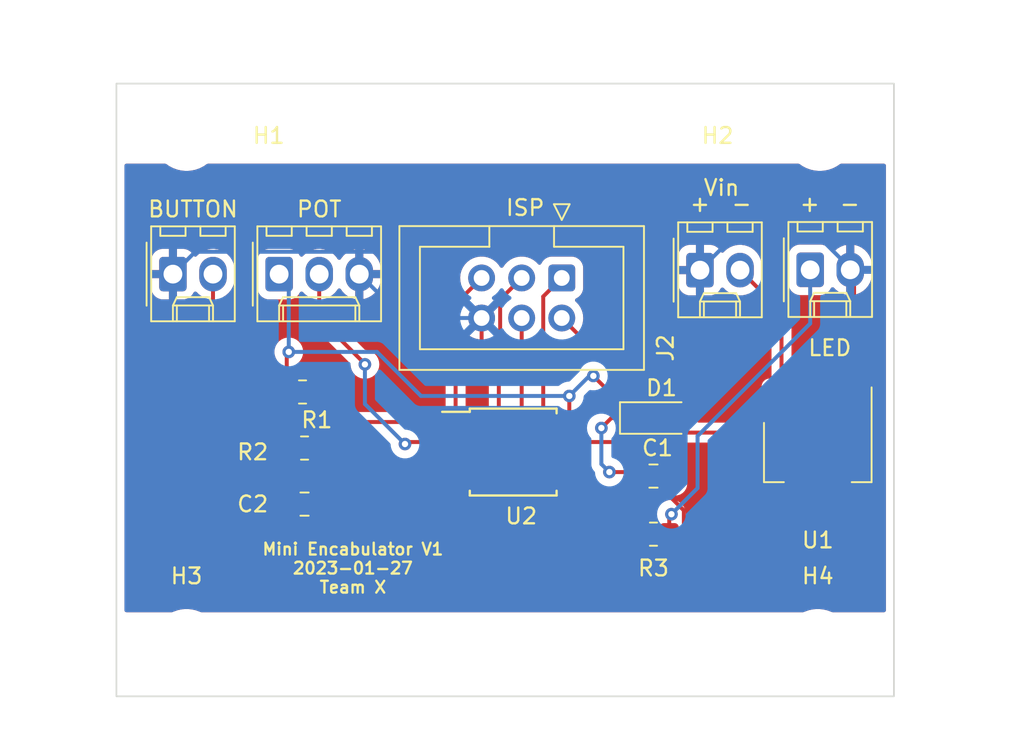
<source format=kicad_pcb>
(kicad_pcb (version 20211014) (generator pcbnew)
  (layers (0 "F.Cu" signal) (31 "B.Cu" signal) (34 "B.Paste" user) (35 "F.Paste" user) (36 "B.SilkS" user "B.Silkscreen") (37 "F.SilkS" user "F.Silkscreen") (38 "B.Mask" user) (39 "F.Mask" user) (44 "Edge.Cuts" user))
  (net 0 "")
  (net 1 "+5V")
  (net 2 "GND")
  (net 3 "/BUTTON")
  (net 4 "Net-(D1-Pad2)")
  (net 5 "Net-(J1-Pad2)")
  (net 6 "/MISO")
  (net 7 "/SCK")
  (net 8 "/MOSI")
  (net 9 "/RST")
  (net 10 "Net-(R2-Pad2)")
  (net 11 "Net-(J4-Pad1)")
  (net 12 "Net-(U2-Pad2)")
  (footprint "Connector_Molex:Molex_KK-254_AE-6410-02A_1x02_P2.54mm_Vertical" (layer "F.Cu") (at 151.917 68.961)
    (fp_text reference "LED" hide)
    (fp_text value "LED" (at 1.245 4.953) (layer "F.SilkS"))
    (fp_text user "-" (at 2.515 -4.191 unlocked) (layer "F.SilkS"))
    (fp_text user "+" (at -0.025 -4.191 unlocked) (layer "F.SilkS"))
    (fp_line (start 0 1.99) (end 0.25 1.46) (layer "F.SilkS") (width 0.12))
    (fp_line (start 3.34 -2.43) (end 3.34 -3.03) (layer "F.SilkS") (width 0.12))
    (fp_line (start 0 2.99) (end 0 1.99) (layer "F.SilkS") (width 0.12))
    (fp_line (start 1.74 -2.43) (end 3.34 -2.43) (layer "F.SilkS") (width 0.12))
    (fp_line (start -1.38 -3.03) (end -1.38 2.99) (layer "F.SilkS") (width 0.12))
    (fp_line (start 0.25 2.99) (end 0.25 1.99) (layer "F.SilkS") (width 0.12))
    (fp_line (start 3.92 2.99) (end 3.92 -3.03) (layer "F.SilkS") (width 0.12))
    (fp_line (start -0.8 -3.03) (end -0.8 -2.43) (layer "F.SilkS") (width 0.12))
    (fp_line (start 2.29 1.46) (end 2.54 1.99) (layer "F.SilkS") (width 0.12))
    (fp_line (start 0.25 1.46) (end 2.29 1.46) (layer "F.SilkS") (width 0.12))
    (fp_line (start -1.38 2.99) (end 3.92 2.99) (layer "F.SilkS") (width 0.12))
    (fp_line (start 2.54 1.99) (end 2.54 2.99) (layer "F.SilkS") (width 0.12))
    (fp_line (start 2.29 2.99) (end 2.29 1.99) (layer "F.SilkS") (width 0.12))
    (fp_line (start -0.8 -2.43) (end 0.8 -2.43) (layer "F.SilkS") (width 0.12))
    (fp_line (start 1.74 -3.03) (end 1.74 -2.43) (layer "F.SilkS") (width 0.12))
    (fp_line (start 3.92 -3.03) (end -1.38 -3.03) (layer "F.SilkS") (width 0.12))
    (fp_line (start 0.8 -2.43) (end 0.8 -3.03) (layer "F.SilkS") (width 0.12))
    (fp_line (start -1.67 -2) (end -1.67 2) (layer "F.SilkS") (width 0.12))
    (fp_line (start 0 1.99) (end 2.54 1.99) (layer "F.SilkS") (width 0.12))
    (pad "1" thru_hole roundrect (at 0 0) (size 1.74 2.19) (drill 1.19) (layers *.Cu *.Mask) (roundrect_rratio 0.143678) (net 11 "Net-(J4-Pad1)"))
    (pad "2" thru_hole oval (at 2.54 0) (size 1.74 2.19) (drill 1.19) (layers *.Cu *.Mask) (net 2 "GND"))
  )
  (footprint "Capacitor_SMD:C_0805_2012Metric_Pad1.18x1.45mm_HandSolder" (layer "F.Cu") (at 119.872 83.82)
    (fp_text reference "C2" (at -3.286 0) (layer "F.SilkS"))
    (fp_text value "1uF")
    (fp_line (start -0.261252 -0.735) (end 0.261252 -0.735) (layer "F.SilkS") (width 0.12))
    (fp_line (start -0.261252 0.735) (end 0.261252 0.735) (layer "F.SilkS") (width 0.12))
    (pad "1" smd roundrect (at -1.0375 0) (size 1.175 1.45) (layers "F.Cu" "F.Paste" "F.Mask") (roundrect_rratio 0.212766) (net 3 "/BUTTON"))
    (pad "2" smd roundrect (at 1.0375 0) (size 1.175 1.45) (layers "F.Cu" "F.Paste" "F.Mask") (roundrect_rratio 0.212766) (net 2 "GND"))
  )
  (footprint "Connector_Molex:Molex_KK-254_AE-6410-03A_1x03_P2.54mm_Vertical" (layer "F.Cu") (at 118.262 69.235)
    (fp_text reference "POT" (at 2.54 -4.12) (layer "F.SilkS"))
    (fp_text value "POT")
    (fp_line (start 0 2.99) (end 0 1.99) (layer "F.SilkS") (width 0.12))
    (fp_line (start 6.46 -3.03) (end -1.38 -3.03) (layer "F.SilkS") (width 0.12))
    (fp_line (start -0.8 -2.43) (end 0.8 -2.43) (layer "F.SilkS") (width 0.12))
    (fp_line (start -1.67 -2) (end -1.67 2) (layer "F.SilkS") (width 0.12))
    (fp_line (start 3.34 -2.43) (end 3.34 -3.03) (layer "F.SilkS") (width 0.12))
    (fp_line (start -1.38 2.99) (end 6.46 2.99) (layer "F.SilkS") (width 0.12))
    (fp_line (start 0.25 1.46) (end 4.83 1.46) (layer "F.SilkS") (width 0.12))
    (fp_line (start 0.25 2.99) (end 0.25 1.99) (layer "F.SilkS") (width 0.12))
    (fp_line (start -1.38 -3.03) (end -1.38 2.99) (layer "F.SilkS") (width 0.12))
    (fp_line (start 5.08 1.99) (end 5.08 2.99) (layer "F.SilkS") (width 0.12))
    (fp_line (start 4.28 -2.43) (end 5.88 -2.43) (layer "F.SilkS") (width 0.12))
    (fp_line (start 1.74 -3.03) (end 1.74 -2.43) (layer "F.SilkS") (width 0.12))
    (fp_line (start -0.8 -3.03) (end -0.8 -2.43) (layer "F.SilkS") (width 0.12))
    (fp_line (start 0 1.99) (end 5.08 1.99) (layer "F.SilkS") (width 0.12))
    (fp_line (start 0.8 -2.43) (end 0.8 -3.03) (layer "F.SilkS") (width 0.12))
    (fp_line (start 5.88 -2.43) (end 5.88 -3.03) (layer "F.SilkS") (width 0.12))
    (fp_line (start 4.83 2.99) (end 4.83 1.99) (layer "F.SilkS") (width 0.12))
    (fp_line (start 4.28 -3.03) (end 4.28 -2.43) (layer "F.SilkS") (width 0.12))
    (fp_line (start 1.74 -2.43) (end 3.34 -2.43) (layer "F.SilkS") (width 0.12))
    (fp_line (start 6.46 2.99) (end 6.46 -3.03) (layer "F.SilkS") (width 0.12))
    (fp_line (start 0 1.99) (end 0.25 1.46) (layer "F.SilkS") (width 0.12))
    (fp_line (start 4.83 1.46) (end 5.08 1.99) (layer "F.SilkS") (width 0.12))
    (pad "1" thru_hole roundrect (at 0 0) (size 1.74 2.19) (drill 1.19) (layers *.Cu *.Mask) (roundrect_rratio 0.143678) (net 1 "+5V"))
    (pad "2" thru_hole oval (at 2.54 0) (size 1.74 2.19) (drill 1.19) (layers *.Cu *.Mask) (net 12 "Net-(U2-Pad2)"))
    (pad "3" thru_hole oval (at 5.08 0) (size 1.74 2.19) (drill 1.19) (layers *.Cu *.Mask) (net 2 "GND"))
  )
  (footprint "MountingHole:MountingHole_3.2mm_M3" (layer "F.Cu") (at 152.527 60.579)
    (fp_text reference "H2" (at -6.477 -0.127) (layer "F.SilkS"))
    (fp_text value "MountingHole")
    (pad "" np_thru_hole circle (at 0 0) (size 3.2 3.2) (drill 3.2) (layers *.Cu *.Mask))
  )
  (footprint "Connector_Molex:Molex_KK-254_AE-6410-02A_1x02_P2.54mm_Vertical" (layer "F.Cu") (at 111.531 69.235)
    (fp_text reference "BUTTON" (at 1.27 -4.12) (layer "F.SilkS"))
    (fp_text value "Button")
    (fp_line (start 0 2.99) (end 0 1.99) (layer "F.SilkS") (width 0.12))
    (fp_line (start 2.54 1.99) (end 2.54 2.99) (layer "F.SilkS") (width 0.12))
    (fp_line (start -1.67 -2) (end -1.67 2) (layer "F.SilkS") (width 0.12))
    (fp_line (start -1.38 2.99) (end 3.92 2.99) (layer "F.SilkS") (width 0.12))
    (fp_line (start 0.25 2.99) (end 0.25 1.99) (layer "F.SilkS") (width 0.12))
    (fp_line (start 3.34 -2.43) (end 3.34 -3.03) (layer "F.SilkS") (width 0.12))
    (fp_line (start 3.92 2.99) (end 3.92 -3.03) (layer "F.SilkS") (width 0.12))
    (fp_line (start 0.8 -2.43) (end 0.8 -3.03) (layer "F.SilkS") (width 0.12))
    (fp_line (start 0 1.99) (end 0.25 1.46) (layer "F.SilkS") (width 0.12))
    (fp_line (start -0.8 -3.03) (end -0.8 -2.43) (layer "F.SilkS") (width 0.12))
    (fp_line (start -1.38 -3.03) (end -1.38 2.99) (layer "F.SilkS") (width 0.12))
    (fp_line (start 2.29 2.99) (end 2.29 1.99) (layer "F.SilkS") (width 0.12))
    (fp_line (start 1.74 -3.03) (end 1.74 -2.43) (layer "F.SilkS") (width 0.12))
    (fp_line (start 0 1.99) (end 2.54 1.99) (layer "F.SilkS") (width 0.12))
    (fp_line (start 3.92 -3.03) (end -1.38 -3.03) (layer "F.SilkS") (width 0.12))
    (fp_line (start 0.25 1.46) (end 2.29 1.46) (layer "F.SilkS") (width 0.12))
    (fp_line (start 2.29 1.46) (end 2.54 1.99) (layer "F.SilkS") (width 0.12))
    (fp_line (start 1.74 -2.43) (end 3.34 -2.43) (layer "F.SilkS") (width 0.12))
    (fp_line (start -0.8 -2.43) (end 0.8 -2.43) (layer "F.SilkS") (width 0.12))
    (pad "1" thru_hole roundrect (at 0 0) (size 1.74 2.19) (drill 1.19) (layers *.Cu *.Mask) (roundrect_rratio 0.143678) (net 2 "GND"))
    (pad "2" thru_hole oval (at 2.54 0) (size 1.74 2.19) (drill 1.19) (layers *.Cu *.Mask) (net 10 "Net-(R2-Pad2)"))
  )
  (footprint "Resistor_SMD:R_0805_2012Metric_Pad1.20x1.40mm_HandSolder" (layer "F.Cu") (at 119.745 76.708)
    (fp_text reference "R1" (at 0.905 1.778) (layer "F.SilkS"))
    (fp_text value "10k")
    (fp_line (start -0.227064 -0.735) (end 0.227064 -0.735) (layer "F.SilkS") (width 0.12))
    (fp_line (start -0.227064 0.735) (end 0.227064 0.735) (layer "F.SilkS") (width 0.12))
    (pad "1" smd roundrect (at -1 0) (size 1.2 1.4) (layers "F.Cu" "F.Paste" "F.Mask") (roundrect_rratio 0.208333) (net 1 "+5V"))
    (pad "2" smd roundrect (at 1 0) (size 1.2 1.4) (layers "F.Cu" "F.Paste" "F.Mask") (roundrect_rratio 0.208333) (net 9 "/RST"))
  )
  (footprint "MountingHole:MountingHole_3.2mm_M3" (layer "F.Cu") (at 112.395 60.579)
    (fp_text reference "H1" (at 5.207 -0.127) (layer "F.SilkS"))
    (fp_text value "MountingHole")
    (pad "" np_thru_hole circle (at 0 0) (size 3.2 3.2) (drill 3.2) (layers *.Cu *.Mask))
  )
  (footprint "Package_TO_SOT_SMD:SOT-223" (layer "F.Cu") (at 152.4 80.518 -90)
    (fp_text reference "U1" (at 5.588 0) (layer "F.SilkS"))
    (fp_text value "LM1117-5.0")
    (fp_line (start 1.91 -3.41) (end 1.91 -2.15) (layer "F.SilkS") (width 0.12))
    (fp_line (start 1.91 3.41) (end 1.91 2.15) (layer "F.SilkS") (width 0.12))
    (fp_line (start -1.85 3.41) (end 1.91 3.41) (layer "F.SilkS") (width 0.12))
    (fp_line (start -4.1 -3.41) (end 1.91 -3.41) (layer "F.SilkS") (width 0.12))
    (pad "1" smd rect (at -3.15 -2.3 270) (size 2 1.5) (layers "F.Cu" "F.Paste" "F.Mask") (net 2 "GND"))
    (pad "2" smd rect (at -3.15 0 270) (size 2 1.5) (layers "F.Cu" "F.Paste" "F.Mask") (net 1 "+5V"))
    (pad "3" smd rect (at -3.15 2.3 270) (size 2 1.5) (layers "F.Cu" "F.Paste" "F.Mask") (net 5 "Net-(J1-Pad2)"))
    (pad "4" smd rect (at 3.15 0 270) (size 2 3.8) (layers "F.Cu" "F.Paste" "F.Mask"))
  )
  (footprint "Resistor_SMD:R_0805_2012Metric_Pad1.20x1.40mm_HandSolder" (layer "F.Cu") (at 119.872 80.264)
    (fp_text reference "R2" (at -3.286 0.254) (layer "F.SilkS"))
    (fp_text value "10k")
    (fp_line (start -0.227064 0.735) (end 0.227064 0.735) (layer "F.SilkS") (width 0.12))
    (fp_line (start -0.227064 -0.735) (end 0.227064 -0.735) (layer "F.SilkS") (width 0.12))
    (pad "1" smd roundrect (at -1 0) (size 1.2 1.4) (layers "F.Cu" "F.Paste" "F.Mask") (roundrect_rratio 0.208333) (net 3 "/BUTTON"))
    (pad "2" smd roundrect (at 1 0) (size 1.2 1.4) (layers "F.Cu" "F.Paste" "F.Mask") (roundrect_rratio 0.208333) (net 10 "Net-(R2-Pad2)"))
  )
  (footprint "Connector_IDC:IDC-Header_2x03_P2.54mm_Vertical" (layer "F.Cu") (at 136.174 69.4785 -90)
    (fp_text reference "J2" (at 4.4355 -6.574 90) (layer "F.SilkS"))
    (fp_text value "ISP" (at -4.4545 2.316) (layer "F.SilkS"))
    (fp_line (start 5.83 -5.21) (end 5.83 10.29) (layer "F.SilkS") (width 0.12))
    (fp_line (start -3.29 0.49) (end -1.98 0.49) (layer "F.SilkS") (width 0.12))
    (fp_line (start -1.98 4.59) (end -1.98 4.59) (layer "F.SilkS") (width 0.12))
    (fp_line (start -1.98 0.49) (end -1.98 -3.91) (layer "F.SilkS") (width 0.12))
    (fp_line (start -1.98 4.59) (end -3.29 4.59) (layer "F.SilkS") (width 0.12))
    (fp_line (start -4.68 0.5) (end -3.68 0) (layer "F.SilkS") (width 0.12))
    (fp_line (start 4.52 -3.91) (end 4.52 8.99) (layer "F.SilkS") (width 0.12))
    (fp_line (start -4.68 -0.5) (end -4.68 0.5) (layer "F.SilkS") (width 0.12))
    (fp_line (start -3.68 0) (end -4.68 -0.5) (layer "F.SilkS") (width 0.12))
    (fp_line (start 5.83 10.29) (end -3.29 10.29) (layer "F.SilkS") (width 0.12))
    (fp_line (start -1.98 -3.91) (end 4.52 -3.91) (layer "F.SilkS") (width 0.12))
    (fp_line (start -1.98 8.99) (end -1.98 4.59) (layer "F.SilkS") (width 0.12))
    (fp_line (start -3.29 10.29) (end -3.29 -5.21) (layer "F.SilkS") (width 0.12))
    (fp_line (start 4.52 8.99) (end -1.98 8.99) (layer "F.SilkS") (width 0.12))
    (fp_line (start -3.29 -5.21) (end 5.83 -5.21) (layer "F.SilkS") (width 0.12))
    (pad "1" thru_hole roundrect (at 0 0 270) (size 1.7 1.7) (drill 1) (layers *.Cu *.Mask) (roundrect_rratio 0.147059) (net 6 "/MISO"))
    (pad "2" thru_hole circle (at 2.54 0 270) (size 1.7 1.7) (drill 1) (layers *.Cu *.Mask) (net 4 "Net-(D1-Pad2)"))
    (pad "3" thru_hole circle (at 0 2.54 270) (size 1.7 1.7) (drill 1) (layers *.Cu *.Mask) (net 7 "/SCK"))
    (pad "4" thru_hole circle (at 2.54 2.54 270) (size 1.7 1.7) (drill 1) (layers *.Cu *.Mask) (net 8 "/MOSI"))
    (pad "5" thru_hole circle (at 0 5.08 270) (size 1.7 1.7) (drill 1) (layers *.Cu *.Mask) (net 9 "/RST"))
    (pad "6" thru_hole circle (at 2.54 5.08 270) (size 1.7 1.7) (drill 1) (layers *.Cu *.Mask) (net 2 "GND"))
  )
  (footprint "Capacitor_SMD:C_0805_2012Metric_Pad1.18x1.45mm_HandSolder" (layer "F.Cu") (at 141.986 82.042)
    (fp_text reference "C1" (at 0.254 -1.778) (layer "F.SilkS"))
    (fp_text value "1uF")
    (fp_line (start -0.261252 0.735) (end 0.261252 0.735) (layer "F.SilkS") (width 0.12))
    (fp_line (start -0.261252 -0.735) (end 0.261252 -0.735) (layer "F.SilkS") (width 0.12))
    (pad "1" smd roundrect (at -1.0375 0) (size 1.175 1.45) (layers "F.Cu" "F.Paste" "F.Mask") (roundrect_rratio 0.212766) (net 1 "+5V"))
    (pad "2" smd roundrect (at 1.0375 0) (size 1.175 1.45) (layers "F.Cu" "F.Paste" "F.Mask") (roundrect_rratio 0.212766) (net 2 "GND"))
  )
  (footprint "Diode_SMD:D_SOD-123" (layer "F.Cu") (at 142.113 78.359)
    (fp_text reference "D1" (at 0.381 -1.905) (layer "F.SilkS"))
    (fp_text value "MBR0520")
    (fp_line (start -2.25 -1) (end 1.65 -1) (layer "F.SilkS") (width 0.12))
    (fp_line (start -2.25 1) (end 1.65 1) (layer "F.SilkS") (width 0.12))
    (fp_line (start -2.25 -1) (end -2.25 1) (layer "F.SilkS") (width 0.12))
    (pad "1" smd rect (at -1.65 0) (size 0.9 1.2) (layers "F.Cu" "F.Paste" "F.Mask") (net 1 "+5V"))
    (pad "2" smd rect (at 1.65 0) (size 0.9 1.2) (layers "F.Cu" "F.Paste" "F.Mask") (net 4 "Net-(D1-Pad2)"))
  )
  (footprint "Package_SO:SOIC-8W_5.3x5.3mm_P1.27mm" (layer "F.Cu") (at 133.096 80.518)
    (fp_text reference "U2" (at 0.508 4.064) (layer "F.SilkS"))
    (fp_text value "ATtiny85-20S")
    (fp_line (start -2.75 -2.755) (end 2.75 -2.755) (layer "F.SilkS") (width 0.15))
    (fp_line (start -2.75 -2.55) (end -4.5 -2.55) (layer "F.SilkS") (width 0.15))
    (fp_line (start -2.75 -2.755) (end -2.75 -2.55) (layer "F.SilkS") (width 0.15))
    (fp_line (start 2.75 2.755) (end 2.75 2.455) (layer "F.SilkS") (width 0.15))
    (fp_line (start 2.75 -2.755) (end 2.75 -2.455) (layer "F.SilkS") (width 0.15))
    (fp_line (start -2.75 2.755) (end -2.75 2.455) (layer "F.SilkS") (width 0.15))
    (fp_line (start -2.75 2.755) (end 2.75 2.755) (layer "F.SilkS") (width 0.15))
    (pad "1" smd rect (at -3.65 -1.905) (size 1.7 0.65) (layers "F.Cu" "F.Paste" "F.Mask") (net 9 "/RST"))
    (pad "2" smd rect (at -3.65 -0.635) (size 1.7 0.65) (layers "F.Cu" "F.Paste" "F.Mask") (net 12 "Net-(U2-Pad2)"))
    (pad "3" smd rect (at -3.65 0.635) (size 1.7 0.65) (layers "F.Cu" "F.Paste" "F.Mask") (net 3 "/BUTTON"))
    (pad "4" smd rect (at -3.65 1.905) (size 1.7 0.65) (layers "F.Cu" "F.Paste" "F.Mask") (net 2 "GND"))
    (pad "5" smd rect (at 3.65 1.905) (size 1.7 0.65) (layers "F.Cu" "F.Paste" "F.Mask") (net 8 "/MOSI"))
    (pad "6" smd rect (at 3.65 0.635) (size 1.7 0.65) (layers "F.Cu" "F.Paste" "F.Mask") (net 6 "/MISO"))
    (pad "7" smd rect (at 3.65 -0.635) (size 1.7 0.65) (layers "F.Cu" "F.Paste" "F.Mask") (net 7 "/SCK"))
    (pad "8" smd rect (at 3.65 -1.905) (size 1.7 0.65) (layers "F.Cu" "F.Paste" "F.Mask") (net 1 "+5V"))
  )
  (footprint "MountingHole:MountingHole_3.2mm_M3" (layer "F.Cu") (at 152.4 92.583)
    (fp_text reference "H4" (at 0 -4.2) (layer "F.SilkS"))
    (fp_text value "MountingHole")
    (pad "" np_thru_hole circle (at 0 0) (size 3.2 3.2) (drill 3.2) (layers *.Cu *.Mask))
  )
  (footprint "MountingHole:MountingHole_3.2mm_M3" (layer "F.Cu") (at 112.395 92.583)
    (fp_text reference "H3" (at 0 -4.2) (layer "F.SilkS"))
    (fp_text value "MountingHole")
    (pad "" np_thru_hole circle (at 0 0) (size 3.2 3.2) (drill 3.2) (layers *.Cu *.Mask))
  )
  (footprint "Connector_Molex:Molex_KK-254_AE-6410-02A_1x02_P2.54mm_Vertical" (layer "F.Cu") (at 144.932 68.981)
    (fp_text reference "Vin" hide)
    (fp_text value "Vin" (at 1.372 -5.227) (layer "F.SilkS"))
    (fp_text user "+" (at 0 -4.211 unlocked) (layer "F.SilkS"))
    (fp_text user "-" (at 2.642 -4.211 unlocked) (layer "F.SilkS"))
    (fp_line (start 0 1.99) (end 2.54 1.99) (layer "F.SilkS") (width 0.12))
    (fp_line (start 0.25 1.46) (end 2.29 1.46) (layer "F.SilkS") (width 0.12))
    (fp_line (start 3.92 -3.03) (end -1.38 -3.03) (layer "F.SilkS") (width 0.12))
    (fp_line (start 0.25 2.99) (end 0.25 1.99) (layer "F.SilkS") (width 0.12))
    (fp_line (start 3.92 2.99) (end 3.92 -3.03) (layer "F.SilkS") (width 0.12))
    (fp_line (start 2.29 2.99) (end 2.29 1.99) (layer "F.SilkS") (width 0.12))
    (fp_line (start 1.74 -2.43) (end 3.34 -2.43) (layer "F.SilkS") (width 0.12))
    (fp_line (start -1.38 -3.03) (end -1.38 2.99) (layer "F.SilkS") (width 0.12))
    (fp_line (start -0.8 -2.43) (end 0.8 -2.43) (layer "F.SilkS") (width 0.12))
    (fp_line (start 2.29 1.46) (end 2.54 1.99) (layer "F.SilkS") (width 0.12))
    (fp_line (start 2.54 1.99) (end 2.54 2.99) (layer "F.SilkS") (width 0.12))
    (fp_line (start -1.38 2.99) (end 3.92 2.99) (layer "F.SilkS") (width 0.12))
    (fp_line (start 0.8 -2.43) (end 0.8 -3.03) (layer "F.SilkS") (width 0.12))
    (fp_line (start 1.74 -3.03) (end 1.74 -2.43) (layer "F.SilkS") (width 0.12))
    (fp_line (start 3.34 -2.43) (end 3.34 -3.03) (layer "F.SilkS") (width 0.12))
    (fp_line (start -0.8 -3.03) (end -0.8 -2.43) (layer "F.SilkS") (width 0.12))
    (fp_line (start 0 1.99) (end 0.25 1.46) (layer "F.SilkS") (width 0.12))
    (fp_line (start 0 2.99) (end 0 1.99) (layer "F.SilkS") (width 0.12))
    (fp_line (start -1.67 -2) (end -1.67 2) (layer "F.SilkS") (width 0.12))
    (pad "1" thru_hole roundrect (at 0 0) (size 1.74 2.19) (drill 1.19) (layers *.Cu *.Mask) (roundrect_rratio 0.143678) (net 2 "GND"))
    (pad "2" thru_hole oval (at 2.54 0) (size 1.74 2.19) (drill 1.19) (layers *.Cu *.Mask) (net 5 "Net-(J1-Pad2)"))
  )
  (footprint "Resistor_SMD:R_0805_2012Metric_Pad1.20x1.40mm_HandSolder" (layer "F.Cu") (at 141.986 85.725 180)
    (fp_text reference "R3" (at 0 -2.159) (layer "F.SilkS"))
    (fp_text value "1k")
    (fp_line (start -0.227064 0.735) (end 0.227064 0.735) (layer "F.SilkS") (width 0.12))
    (fp_line (start -0.227064 -0.735) (end 0.227064 -0.735) (layer "F.SilkS") (width 0.12))
    (pad "1" smd roundrect (at -1 0 180) (size 1.2 1.4) (layers "F.Cu" "F.Paste" "F.Mask") (roundrect_rratio 0.208333) (net 11 "Net-(J4-Pad1)"))
    (pad "2" smd roundrect (at 1 0 180) (size 1.2 1.4) (layers "F.Cu" "F.Paste" "F.Mask") (roundrect_rratio 0.208333) (net 7 "/SCK"))
  )
  (gr_rect (start 107.95 57.15) (end 157.226 96.012) (layer "Edge.Cuts") (width 0.1) (fill none))
  (gr_text "Mini Encabulator V1\n2023-01-27\nTeam X\n" (at 122.936 87.884) (layer "F.SilkS") (effects (font (size 0.75 0.75))))
  (segment (start 141.388 79.284) (end 150.484 79.284) (width 0.25) (layer "F.Cu") (net 1))
  (segment (start 136.652 78.519) (end 136.746 78.613) (width 0.25) (layer "F.Cu") (net 1))
  (segment (start 139.319 78.359) (end 138.684 78.994) (width 0.25) (layer "F.Cu") (net 1))
  (segment (start 118.745 76.708) (end 118.872 76.708) (width 0.25) (layer "F.Cu") (net 1))
  (segment (start 136.779 78.613) (end 136.906 78.486) (width 0.25) (layer "F.Cu") (net 1))
  (segment (start 140.463 77.979) (end 138.176 75.692) (width 0.25) (layer "F.Cu") (net 1))
  (segment (start 139.192 81.788) (end 140.6945 81.788) (width 0.25) (layer "F.Cu") (net 1))
  (segment (start 140.6945 81.788) (end 140.9485 82.042) (width 0.25) (layer "F.Cu") (net 1))
  (segment (start 140.463 78.359) (end 140.463 77.979) (width 0.25) (layer "F.Cu") (net 1))
  (segment (start 136.746 78.613) (end 136.779 78.613) (width 0.25) (layer "F.Cu") (net 1))
  (segment (start 136.652 76.962) (end 136.652 78.519) (width 0.25) (layer "F.Cu") (net 1))
  (segment (start 140.463 78.359) (end 139.319 78.359) (width 0.25) (layer "F.Cu") (net 1))
  (segment (start 118.745 76.708) (end 118.745 74.295) (width 0.25) (layer "F.Cu") (net 1))
  (segment (start 118.872 69.845) (end 118.262 69.235) (width 0.25) (layer "F.Cu") (net 1))
  (segment (start 150.484 79.284) (end 152.4 77.368) (width 0.25) (layer "F.Cu") (net 1))
  (segment (start 118.745 74.295) (end 118.872 74.168) (width 0.25) (layer "F.Cu") (net 1))
  (segment (start 140.463 78.359) (end 141.388 79.284) (width 0.25) (layer "F.Cu") (net 1))
  (via (at 139.192 81.788) (size 0.8) (drill 0.4) (layers "F.Cu" "B.Cu") (net 1))
  (via (at 136.652 76.962) (size 0.8) (drill 0.4) (layers "F.Cu" "B.Cu") (net 1))
  (via (at 138.176 75.692) (size 0.8) (drill 0.4) (layers "F.Cu" "B.Cu") (net 1))
  (via (at 138.684 78.994) (size 0.8) (drill 0.4) (layers "F.Cu" "B.Cu") (net 1))
  (via (at 118.872 74.168) (size 0.8) (drill 0.4) (layers "F.Cu" "B.Cu") (net 1))
  (segment (start 124.46 74.168) (end 127.254 76.962) (width 0.25) (layer "B.Cu") (net 1))
  (segment (start 118.872 74.168) (end 118.872 69.845) (width 0.25) (layer "B.Cu") (net 1))
  (segment (start 118.872 69.845) (end 118.262 69.235) (width 0.25) (layer "B.Cu") (net 1))
  (segment (start 118.872 74.168) (end 124.46 74.168) (width 0.25) (layer "B.Cu") (net 1))
  (segment (start 136.652 76.962) (end 136.906 76.962) (width 0.25) (layer "B.Cu") (net 1))
  (segment (start 138.684 81.28) (end 139.192 81.788) (width 0.25) (layer "B.Cu") (net 1))
  (segment (start 138.176 75.692) (end 137.922 75.692) (width 0.25) (layer "B.Cu") (net 1))
  (segment (start 137.922 75.692) (end 136.652 76.962) (width 0.25) (layer "B.Cu") (net 1))
  (segment (start 127.254 76.962) (end 136.652 76.962) (width 0.25) (layer "B.Cu") (net 1))
  (segment (start 138.684 78.994) (end 138.684 81.28) (width 0.25) (layer "B.Cu") (net 1))
  (segment (start 154.7 77.368) (end 154.7 69.204) (width 0.25) (layer "F.Cu") (net 2))
  (segment (start 129.446 82.423) (end 122.3065 82.423) (width 0.25) (layer "F.Cu") (net 2))
  (segment (start 129.971 82.423) (end 131.094 81.3) (width 0.25) (layer "F.Cu") (net 2))
  (segment (start 143.574173 86.75) (end 143.911 86.413173) (width 0.25) (layer "F.Cu") (net 2))
  (segment (start 129.413 82.423) (end 129.286 82.55) (width 0.25) (layer "F.Cu") (net 2))
  (segment (start 111.531 73.848) (end 117.947 80.264) (width 0.25) (layer "F.Cu") (net 2))
  (segment (start 150.026 82.042) (end 154.7 77.368) (width 0.25) (layer "F.Cu") (net 2))
  (segment (start 129.446 82.423) (end 129.971 82.423) (width 0.25) (layer "F.Cu") (net 2))
  (segment (start 111.531 69.235) (end 111.531 73.848) (width 0.25) (layer "F.Cu") (net 2))
  (segment (start 131.094 81.3) (end 131.094 72.0185) (width 0.25) (layer "F.Cu") (net 2))
  (segment (start 122.3065 82.423) (end 120.9095 83.82) (width 0.25) (layer "F.Cu") (net 2))
  (segment (start 133.773 86.75) (end 143.574173 86.75) (width 0.25) (layer "F.Cu") (net 2))
  (segment (start 143.911 84.221) (end 143.0235 83.3335) (width 0.25) (layer "F.Cu") (net 2))
  (segment (start 143.0235 83.3335) (end 143.0235 82.042) (width 0.25) (layer "F.Cu") (net 2))
  (segment (start 143.0235 82.042) (end 150.026 82.042) (width 0.25) (layer "F.Cu") (net 2))
  (segment (start 129.446 82.423) (end 129.413 82.423) (width 0.25) (layer "F.Cu") (net 2))
  (segment (start 154.7 69.204) (end 154.457 68.961) (width 0.25) (layer "F.Cu") (net 2))
  (segment (start 129.446 82.423) (end 133.773 86.75) (width 0.25) (layer "F.Cu") (net 2))
  (segment (start 143.911 86.413173) (end 143.911 84.221) (width 0.25) (layer "F.Cu") (net 2))
  (segment (start 144.932 68.981) (end 147.873 66.04) (width 0.25) (layer "B.Cu") (net 2))
  (segment (start 131.094 72.0185) (end 126.1255 72.0185) (width 0.25) (layer "B.Cu") (net 2))
  (segment (start 126.1255 72.0185) (end 123.342 69.235) (width 0.25) (layer "B.Cu") (net 2))
  (segment (start 112.951 67.815) (end 111.531 69.235) (width 0.25) (layer "B.Cu") (net 2))
  (segment (start 154.457 68.859) (end 154.457 68.961) (width 0.25) (layer "B.Cu") (net 2))
  (segment (start 151.638 66.04) (end 154.457 68.859) (width 0.25) (layer "B.Cu") (net 2))
  (segment (start 147.873 66.04) (end 151.638 66.04) (width 0.25) (layer "B.Cu") (net 2))
  (segment (start 131.094 72.0185) (end 126.8905 67.815) (width 0.25) (layer "B.Cu") (net 2))
  (segment (start 126.8905 67.815) (end 112.951 67.815) (width 0.25) (layer "B.Cu") (net 2))
  (segment (start 129.31 81.289) (end 119.897 81.289) (width 0.25) (layer "F.Cu") (net 3))
  (segment (start 129.446 81.153) (end 129.31 81.289) (width 0.25) (layer "F.Cu") (net 3))
  (segment (start 119.897 81.289) (end 118.872 80.264) (width 0.25) (layer "F.Cu") (net 3))
  (segment (start 118.872 80.264) (end 118.872 83.7825) (width 0.25) (layer "F.Cu") (net 3))
  (segment (start 118.872 83.7825) (end 118.8345 83.82) (width 0.25) (layer "F.Cu") (net 3))
  (segment (start 136.174 72.0185) (end 142.5145 78.359) (width 0.25) (layer "F.Cu") (net 4))
  (segment (start 142.5145 78.359) (end 143.763 78.359) (width 0.25) (layer "F.Cu") (net 4))
  (segment (start 150.1 71.609) (end 147.472 68.981) (width 0.25) (layer "F.Cu") (net 5))
  (segment (start 150.1 77.368) (end 150.1 71.609) (width 0.25) (layer "F.Cu") (net 5))
  (segment (start 136.174 69.4785) (end 134.999 70.6535) (width 0.25) (layer "F.Cu") (net 6))
  (segment (start 134.999 70.6535) (end 134.999 80.897) (width 0.25) (layer "F.Cu") (net 6))
  (segment (start 135.255 81.153) (end 136.746 81.153) (width 0.25) (layer "F.Cu") (net 6))
  (segment (start 134.999 80.897) (end 135.255 81.153) (width 0.25) (layer "F.Cu") (net 6))
  (segment (start 140.415173 79.883) (end 136.746 79.883) (width 0.25) (layer "F.Cu") (net 7))
  (segment (start 133.634 69.4785) (end 132.269 70.8435) (width 0.25) (layer "F.Cu") (net 7))
  (segment (start 132.269 75.307195) (end 132.1845 75.391695) (width 0.25) (layer "F.Cu") (net 7))
  (segment (start 141.861 81.328827) (end 140.415173 79.883) (width 0.25) (layer "F.Cu") (net 7))
  (segment (start 132.269 70.8435) (end 132.269 75.307195) (width 0.25) (layer "F.Cu") (net 7))
  (segment (start 132.1845 75.391695) (end 132.1845 79.6865) (width 0.25) (layer "F.Cu") (net 7))
  (segment (start 132.1845 79.6865) (end 138.223 85.725) (width 0.25) (layer "F.Cu") (net 7))
  (segment (start 141.861 84.85) (end 141.861 81.328827) (width 0.25) (layer "F.Cu") (net 7))
  (segment (start 140.986 85.725) (end 141.861 84.85) (width 0.25) (layer "F.Cu") (net 7))
  (segment (start 138.223 85.725) (end 140.986 85.725) (width 0.25) (layer "F.Cu") (net 7))
  (segment (start 135.888604 82.423) (end 136.746 82.423) (width 0.25) (layer "F.Cu") (net 8))
  (segment (start 133.634 72.0185) (end 133.634 80.168396) (width 0.25) (layer "F.Cu") (net 8))
  (segment (start 133.634 80.168396) (end 135.888604 82.423) (width 0.25) (layer "F.Cu") (net 8))
  (segment (start 122.65 78.613) (end 129.446 78.613) (width 0.25) (layer "F.Cu") (net 9))
  (segment (start 129.446 71.1265) (end 129.446 78.613) (width 0.25) (layer "F.Cu") (net 9))
  (segment (start 120.745 76.708) (end 122.65 78.613) (width 0.25) (layer "F.Cu") (net 9))
  (segment (start 131.094 69.4785) (end 129.446 71.1265) (width 0.25) (layer "F.Cu") (net 9))
  (segment (start 131.094 69.4785) (end 131.094 69.566) (width 0.25) (layer "B.Cu") (net 9))
  (segment (start 131.094 69.566) (end 131.064 69.596) (width 0.25) (layer "B.Cu") (net 9))
  (segment (start 114.071 73.647173) (end 114.071 69.235) (width 0.25) (layer "F.Cu") (net 10))
  (segment (start 120.433827 80.01) (end 114.071 73.647173) (width 0.25) (layer "F.Cu") (net 10))
  (segment (start 120.904 80.01) (end 120.433827 80.01) (width 0.25) (layer "F.Cu") (net 10))
  (segment (start 120.872 80.264) (end 120.872 80.042) (width 0.25) (layer "F.Cu") (net 10))
  (segment (start 120.872 80.042) (end 120.904 80.01) (width 0.25) (layer "F.Cu") (net 10))
  (segment (start 142.875 85.725) (end 142.748 85.598) (width 0.25) (layer "F.Cu") (net 11))
  (segment (start 142.986 84.598) (end 143.124701 84.459299) (width 0.25) (layer "F.Cu") (net 11))
  (segment (start 142.986 85.725) (end 142.986 84.598) (width 0.25) (layer "F.Cu") (net 11))
  (segment (start 142.986 85.725) (end 142.875 85.725) (width 0.25) (layer "F.Cu") (net 11))
  (via (at 143.124701 84.459299) (size 0.8) (drill 0.4) (layers "F.Cu" "B.Cu") (net 11))
  (segment (start 151.917 72.365) (end 144.78 79.502) (width 0.25) (layer "B.Cu") (net 11))
  (segment (start 144.78 82.804) (end 143.124701 84.459299) (width 0.25) (layer "B.Cu") (net 11))
  (segment (start 144.78 79.502) (end 144.78 82.804) (width 0.25) (layer "B.Cu") (net 11))
  (segment (start 151.917 68.961) (end 151.917 72.365) (width 0.25) (layer "B.Cu") (net 11))
  (segment (start 123.698 74.93) (end 123.698 74.9585) (width 0.25) (layer "F.Cu") (net 12))
  (segment (start 120.802 69.235) (end 120.802 72.034) (width 0.25) (layer "F.Cu") (net 12))
  (segment (start 126.238 80.01) (end 126.365 79.883) (width 0.25) (layer "F.Cu") (net 12))
  (segment (start 126.365 79.883) (end 129.446 79.883) (width 0.25) (layer "F.Cu") (net 12))
  (segment (start 120.802 72.034) (end 123.698 74.93) (width 0.25) (layer "F.Cu") (net 12))
  (via (at 123.698 74.9585) (size 0.8) (drill 0.4) (layers "F.Cu" "B.Cu") (net 12))
  (via (at 126.238 80.01) (size 0.8) (drill 0.4) (layers "F.Cu" "B.Cu") (net 12))
  (segment (start 123.698 77.47) (end 126.238 80.01) (width 0.25) (layer "B.Cu") (net 12))
  (segment (start 123.698 74.9585) (end 123.698 77.47) (width 0.25) (layer "B.Cu") (net 12))
  (zone (net 2) (net_name "GND") (layer "F.Cu") (connect_pads (clearance 0.508)) (min_thickness 0.254) (fill yes (thermal_gap 0.508) (thermal_bridge_width 0.508))
    (polygon (pts (xy 157.226 90.678) (xy 107.95 90.678) (xy 107.95 62.23) (xy 157.226 62.23)))
  )
  (zone (net 2) (net_name "GND") (layer "B.Cu") (connect_pads (clearance 0.508)) (min_thickness 0.254) (fill yes (thermal_gap 0.508) (thermal_bridge_width 0.508))
    (polygon (pts (xy 157.226 90.678) (xy 107.95 90.678) (xy 107.95 62.23) (xy 157.226 62.23)))
  )
)
</source>
